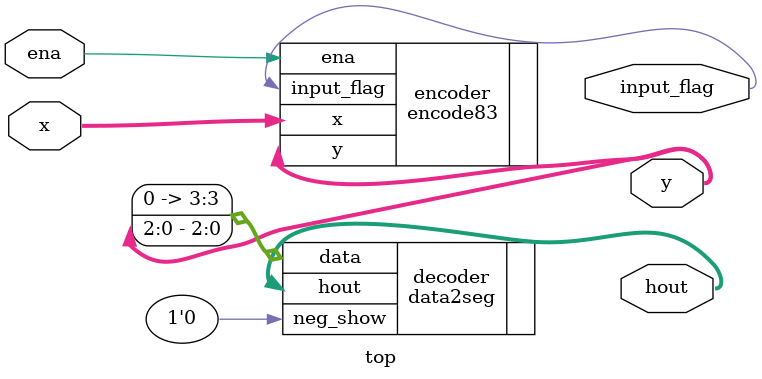
<source format=v>
module top(input [7:0] x,
        input ena,
        output reg [2:0] y,
        output input_flag,
        output [6:0] hout);
 
    encode83 encoder(.x(x),
     .ena(ena),
     .y(y),
     .input_flag(input_flag)); // instantiation of encode83 module

    data2seg decoder(.data({1'b0,y}),.neg_show(1'b0),.hout(hout));


endmodule











</source>
